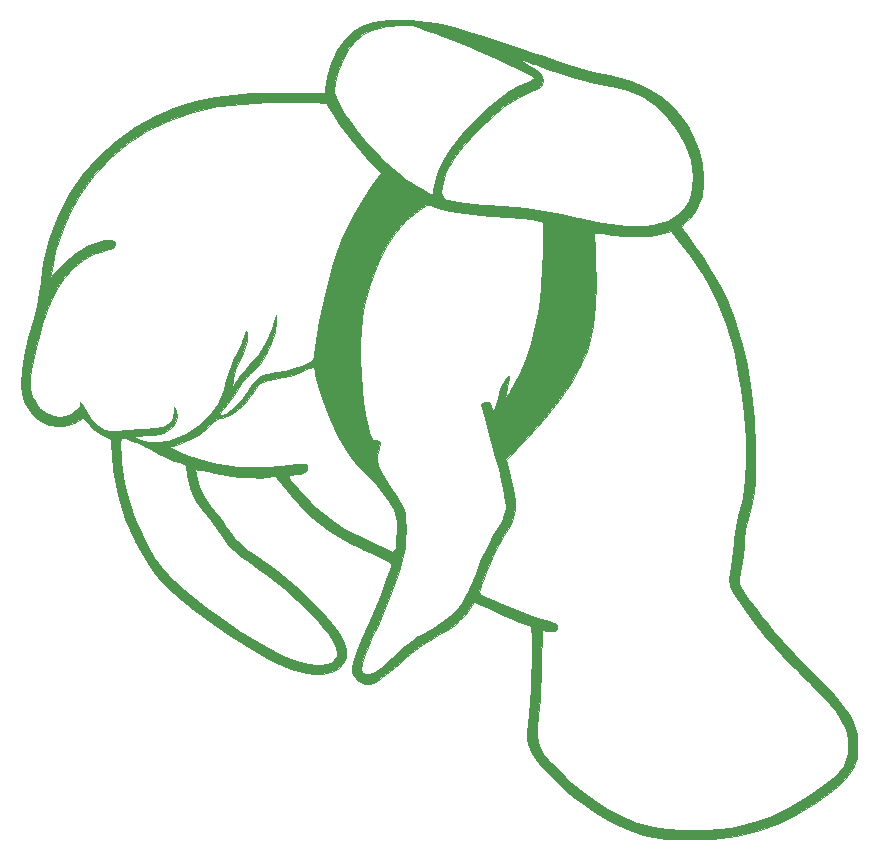
<source format=gto>
G04 #@! TF.GenerationSoftware,KiCad,Pcbnew,(5.1.4-0)*
G04 #@! TF.CreationDate,2021-03-11T23:06:33-05:00*
G04 #@! TF.ProjectId,mxnatee_bot_plate,6d786e61-7465-4655-9f62-6f745f706c61,rev?*
G04 #@! TF.SameCoordinates,Original*
G04 #@! TF.FileFunction,Legend,Top*
G04 #@! TF.FilePolarity,Positive*
%FSLAX46Y46*%
G04 Gerber Fmt 4.6, Leading zero omitted, Abs format (unit mm)*
G04 Created by KiCad (PCBNEW (5.1.4-0)) date 2021-03-11 23:06:33*
%MOMM*%
%LPD*%
G04 APERTURE LIST*
%ADD10C,0.010000*%
%ADD11C,4.502000*%
G04 APERTURE END LIST*
D10*
G36*
X66842939Y-25761745D02*
G01*
X67569437Y-25808659D01*
X68307045Y-25891360D01*
X69079815Y-26015967D01*
X69911798Y-26188595D01*
X70827045Y-26415362D01*
X71849607Y-26702384D01*
X73003536Y-27055779D01*
X74312884Y-27481663D01*
X75801700Y-27986153D01*
X77494038Y-28575366D01*
X78165918Y-28812296D01*
X79314883Y-29212100D01*
X80289602Y-29534371D01*
X81151481Y-29796362D01*
X81961927Y-30015328D01*
X82782345Y-30208521D01*
X83674140Y-30393195D01*
X84052094Y-30466169D01*
X85564185Y-30870163D01*
X86945717Y-31477097D01*
X88180127Y-32275734D01*
X89250847Y-33254839D01*
X90141314Y-34403176D01*
X90345020Y-34734500D01*
X90918508Y-35828416D01*
X91306418Y-36855016D01*
X91531196Y-37892729D01*
X91615286Y-39019986D01*
X91617066Y-39179500D01*
X91614343Y-39820212D01*
X91590775Y-40282083D01*
X91534083Y-40640125D01*
X91431985Y-40969352D01*
X91272202Y-41344778D01*
X91257206Y-41377643D01*
X90853641Y-42078102D01*
X90365873Y-42640397D01*
X90339838Y-42663654D01*
X90042525Y-42937320D01*
X89842523Y-43144315D01*
X89789000Y-43223629D01*
X89861285Y-43347226D01*
X90059347Y-43633336D01*
X90354997Y-44042460D01*
X90720045Y-44535096D01*
X90818088Y-44665666D01*
X91620303Y-45787319D01*
X92372118Y-46945719D01*
X93031249Y-48072008D01*
X93555408Y-49097326D01*
X93602514Y-49199897D01*
X94290660Y-50936824D01*
X94876609Y-52872312D01*
X95353552Y-54969517D01*
X95714683Y-57191590D01*
X95953192Y-59501687D01*
X96062272Y-61862962D01*
X96068719Y-62547500D01*
X96057337Y-63789720D01*
X96016044Y-64830052D01*
X95938520Y-65719506D01*
X95818446Y-66509096D01*
X95649502Y-67249834D01*
X95425369Y-67992733D01*
X95376188Y-68137857D01*
X95192143Y-68901656D01*
X95123016Y-69724460D01*
X95123000Y-69736434D01*
X95097110Y-70247706D01*
X95027690Y-70900902D01*
X94927112Y-71590172D01*
X94867284Y-71924194D01*
X94768882Y-72495745D01*
X94705169Y-72992368D01*
X94683096Y-73350325D01*
X94696883Y-73486391D01*
X94780450Y-73661275D01*
X94941605Y-73923475D01*
X95195133Y-74293702D01*
X95555817Y-74792671D01*
X96038442Y-75441095D01*
X96657793Y-76259688D01*
X96951011Y-76644500D01*
X97696488Y-77567090D01*
X98609315Y-78598604D01*
X99702699Y-79753514D01*
X100776314Y-80835500D01*
X101756307Y-81817907D01*
X102562143Y-82658874D01*
X103210235Y-83384886D01*
X103716998Y-84022429D01*
X104098843Y-84597988D01*
X104372185Y-85138049D01*
X104553437Y-85669096D01*
X104659013Y-86217615D01*
X104705325Y-86810092D01*
X104711500Y-87185500D01*
X104700822Y-87781209D01*
X104657252Y-88214381D01*
X104563484Y-88576000D01*
X104402211Y-88957048D01*
X104356632Y-89051141D01*
X104051183Y-89563118D01*
X103627157Y-90076410D01*
X103057009Y-90616965D01*
X102313193Y-91210733D01*
X101368161Y-91883663D01*
X101301668Y-91929022D01*
X99612525Y-92974823D01*
X97929734Y-93797894D01*
X96212488Y-94410351D01*
X94419982Y-94824310D01*
X92511408Y-95051885D01*
X90598201Y-95106895D01*
X89852386Y-95093837D01*
X89123904Y-95069264D01*
X88485194Y-95036392D01*
X88008698Y-94998439D01*
X87918159Y-94987856D01*
X86582050Y-94720371D01*
X85226667Y-94257957D01*
X83827674Y-93589877D01*
X82360735Y-92705392D01*
X81664642Y-92228727D01*
X80935024Y-91678269D01*
X80176779Y-91047283D01*
X79427927Y-90372903D01*
X78726484Y-89692264D01*
X78110469Y-89042500D01*
X77617901Y-88460743D01*
X77286796Y-87984129D01*
X77249119Y-87915886D01*
X77020166Y-87442624D01*
X76867243Y-87009016D01*
X76784023Y-86556602D01*
X76764182Y-86026925D01*
X76801397Y-85361526D01*
X76884441Y-84545107D01*
X76988099Y-83493893D01*
X77071927Y-82372534D01*
X77133606Y-81239660D01*
X77170817Y-80153902D01*
X77181241Y-79173889D01*
X77162560Y-78358251D01*
X77141935Y-78034641D01*
X77057562Y-77022927D01*
X76089031Y-76659908D01*
X75565823Y-76451608D01*
X74908346Y-76172200D01*
X74210449Y-75862278D01*
X73709491Y-75630706D01*
X72298482Y-74964523D01*
X71716951Y-75766379D01*
X71384237Y-76195268D01*
X71037646Y-76566056D01*
X70633575Y-76912649D01*
X70128425Y-77268954D01*
X69478594Y-77668880D01*
X68697414Y-78114579D01*
X67930939Y-78573909D01*
X67228656Y-79070539D01*
X66507946Y-79666178D01*
X65986501Y-80139362D01*
X65176977Y-80862339D01*
X64497956Y-81392464D01*
X63926273Y-81739127D01*
X63438764Y-81911717D01*
X63012263Y-81919625D01*
X62623605Y-81772239D01*
X62383116Y-81599986D01*
X62163207Y-81388936D01*
X62010658Y-81162211D01*
X61930710Y-80893716D01*
X61928603Y-80557360D01*
X62009581Y-80127049D01*
X62178882Y-79576688D01*
X62441750Y-78880186D01*
X62803425Y-78011448D01*
X63269149Y-76944381D01*
X63359052Y-76741367D01*
X63853173Y-75609124D01*
X64286226Y-74580481D01*
X64649863Y-73677306D01*
X64935734Y-72921469D01*
X65135492Y-72334838D01*
X65240787Y-71939282D01*
X65252705Y-71780950D01*
X65121298Y-71645858D01*
X64782530Y-71436477D01*
X64266205Y-71169459D01*
X63626600Y-70872330D01*
X62983749Y-70582644D01*
X62371038Y-70299984D01*
X61853481Y-70054761D01*
X61496091Y-69877385D01*
X61468000Y-69862606D01*
X59908457Y-68897392D01*
X58415691Y-67698269D01*
X57007713Y-66280602D01*
X56327414Y-65477544D01*
X55441329Y-64374959D01*
X54676414Y-64454951D01*
X54117688Y-64476731D01*
X53381355Y-64452936D01*
X52538454Y-64389865D01*
X51660028Y-64293816D01*
X50817114Y-64171088D01*
X50228500Y-64060575D01*
X49724865Y-63953513D01*
X49271250Y-63857006D01*
X48975920Y-63794094D01*
X48612341Y-63716518D01*
X48705338Y-64275009D01*
X48963210Y-65255240D01*
X49409715Y-66145109D01*
X50014359Y-66940200D01*
X50450206Y-67467777D01*
X50904008Y-68069102D01*
X51282366Y-68620046D01*
X51304358Y-68654700D01*
X51671103Y-69197695D01*
X52053996Y-69668592D01*
X52497740Y-70108951D01*
X53047035Y-70560330D01*
X53746584Y-71064288D01*
X54292500Y-71432750D01*
X55376227Y-72195412D01*
X56431569Y-73032313D01*
X57505754Y-73984136D01*
X58646013Y-75091563D01*
X59208079Y-75666877D01*
X59993811Y-76518082D01*
X60590013Y-77249166D01*
X61014500Y-77886725D01*
X61285085Y-78457354D01*
X61416073Y-78963411D01*
X61406407Y-79628461D01*
X61180160Y-80192460D01*
X60760710Y-80637630D01*
X60171438Y-80946191D01*
X59435725Y-81100364D01*
X58622592Y-81087650D01*
X57730778Y-80931355D01*
X56780038Y-80648026D01*
X55746981Y-80226915D01*
X54608215Y-79657270D01*
X53340347Y-78928342D01*
X51919986Y-78029379D01*
X51808525Y-77956033D01*
X50078412Y-76772631D01*
X48551806Y-75640078D01*
X47236333Y-74564902D01*
X46139620Y-73553631D01*
X45269294Y-72612792D01*
X44728526Y-71896374D01*
X43617043Y-70006195D01*
X42737794Y-68017121D01*
X42095591Y-65943373D01*
X41695245Y-63799169D01*
X41579581Y-62590149D01*
X41510641Y-61511752D01*
X42307991Y-61511752D01*
X42317391Y-61917335D01*
X42350748Y-62462023D01*
X42402917Y-63089527D01*
X42468752Y-63743559D01*
X42543108Y-64367833D01*
X42620840Y-64906059D01*
X42691177Y-65278000D01*
X43027403Y-66482427D01*
X43492310Y-67782178D01*
X44049250Y-69091543D01*
X44661576Y-70324808D01*
X45292640Y-71396265D01*
X45334112Y-71459288D01*
X45871190Y-72154243D01*
X46610787Y-72937668D01*
X47526155Y-73788702D01*
X48590550Y-74686480D01*
X49777224Y-75610140D01*
X51059432Y-76538819D01*
X52410428Y-77451654D01*
X53803465Y-78327781D01*
X55131209Y-79101385D01*
X55906708Y-79488276D01*
X56735595Y-79821664D01*
X57561337Y-80085362D01*
X58327403Y-80263184D01*
X58977261Y-80338943D01*
X59372500Y-80315760D01*
X59707073Y-80273049D01*
X59854522Y-80265734D01*
X60153834Y-80155465D01*
X60444625Y-79886322D01*
X60651422Y-79544450D01*
X60706000Y-79293869D01*
X60621069Y-78831082D01*
X60359269Y-78281284D01*
X59910086Y-77627284D01*
X59263009Y-76851889D01*
X59106277Y-76677824D01*
X57714416Y-75241764D01*
X56248052Y-73901324D01*
X54769758Y-72711674D01*
X53918747Y-72103828D01*
X53117416Y-71551230D01*
X52491663Y-71092745D01*
X52000247Y-70690184D01*
X51601925Y-70305353D01*
X51255454Y-69900061D01*
X50919592Y-69436118D01*
X50730554Y-69151500D01*
X50340373Y-68583997D01*
X49897482Y-67988305D01*
X49483974Y-67473891D01*
X49397177Y-67373500D01*
X48675496Y-66391147D01*
X48189891Y-65354076D01*
X47948885Y-64280649D01*
X47945140Y-64244214D01*
X47861774Y-63400929D01*
X47267137Y-63181003D01*
X46894028Y-63027959D01*
X46377193Y-62796354D01*
X45798864Y-62523644D01*
X45466000Y-62360572D01*
X44566218Y-61914511D01*
X44522811Y-61893416D01*
X46455555Y-61893416D01*
X46916030Y-62129654D01*
X47448009Y-62364018D01*
X48156696Y-62622078D01*
X48968989Y-62881566D01*
X49811790Y-63120213D01*
X50611999Y-63315750D01*
X51171629Y-63426051D01*
X52253000Y-63555066D01*
X53475716Y-63614245D01*
X54736883Y-63603486D01*
X55933606Y-63522684D01*
X56634176Y-63431583D01*
X57171071Y-63353580D01*
X57621971Y-63304797D01*
X57922357Y-63291399D01*
X57999426Y-63301107D01*
X58127572Y-63463135D01*
X58166000Y-63675990D01*
X58133721Y-63868206D01*
X57995692Y-63990920D01*
X57690118Y-64087348D01*
X57524748Y-64124476D01*
X57119859Y-64203986D01*
X56801246Y-64253651D01*
X56699248Y-64262000D01*
X56533975Y-64306568D01*
X56515000Y-64341684D01*
X56592405Y-64464861D01*
X56802303Y-64737963D01*
X57111216Y-65118641D01*
X57428979Y-65497923D01*
X58797836Y-66931893D01*
X60293876Y-68154473D01*
X60893223Y-68563135D01*
X61262122Y-68782978D01*
X61770709Y-69059933D01*
X62372998Y-69371753D01*
X63023003Y-69696195D01*
X63674737Y-70011015D01*
X64282215Y-70293969D01*
X64799449Y-70522812D01*
X65180455Y-70675301D01*
X65370830Y-70729013D01*
X65512589Y-70628348D01*
X65621183Y-70389750D01*
X65663203Y-70109518D01*
X65696409Y-69653896D01*
X65715868Y-69101463D01*
X65718853Y-68834000D01*
X65711292Y-68225129D01*
X65675630Y-67793142D01*
X65598955Y-67461377D01*
X65468352Y-67153173D01*
X65420036Y-67060047D01*
X65022243Y-66406730D01*
X64507925Y-65693268D01*
X63945729Y-65007203D01*
X63404301Y-64436079D01*
X63255411Y-64299563D01*
X62671989Y-63715731D01*
X62048119Y-62968546D01*
X61438504Y-62130161D01*
X60897848Y-61272728D01*
X60723505Y-60960000D01*
X60398658Y-60297797D01*
X60052234Y-59499003D01*
X59709608Y-58631744D01*
X59396155Y-57764145D01*
X59137250Y-56964331D01*
X58958266Y-56300429D01*
X58920337Y-56118891D01*
X58836186Y-55677288D01*
X58766974Y-55329328D01*
X58730922Y-55164123D01*
X58601624Y-55133308D01*
X58280037Y-55231114D01*
X57889860Y-55402280D01*
X57345046Y-55621027D01*
X56690311Y-55826082D01*
X56070609Y-55972378D01*
X55336231Y-56110183D01*
X54805526Y-56223762D01*
X54432377Y-56334945D01*
X54170667Y-56465560D01*
X53974280Y-56637436D01*
X53797099Y-56872404D01*
X53635257Y-57125141D01*
X53312892Y-57598881D01*
X52954799Y-58067710D01*
X52720492Y-58339930D01*
X52325030Y-58686458D01*
X51834027Y-59011007D01*
X51328212Y-59269149D01*
X50888312Y-59416454D01*
X50731192Y-59434759D01*
X50510030Y-59522133D01*
X50195110Y-59748174D01*
X49905692Y-60013928D01*
X49041953Y-60761701D01*
X48086293Y-61313950D01*
X47326027Y-61608721D01*
X46455555Y-61893416D01*
X44522811Y-61893416D01*
X43866066Y-61574251D01*
X43338636Y-61330714D01*
X42957023Y-61174818D01*
X42694320Y-61097486D01*
X42523621Y-61089637D01*
X42418018Y-61142192D01*
X42350606Y-61246072D01*
X42327692Y-61301562D01*
X42307991Y-61511752D01*
X41510641Y-61511752D01*
X41492999Y-61235798D01*
X40780749Y-60871864D01*
X40043893Y-60368164D01*
X39628152Y-59913757D01*
X39369760Y-59584663D01*
X39199790Y-59436305D01*
X39069134Y-59435871D01*
X38993152Y-59489476D01*
X38356362Y-59880191D01*
X37569790Y-60083117D01*
X37147606Y-60110611D01*
X36269718Y-60006661D01*
X35506647Y-59676773D01*
X34857462Y-59120293D01*
X34321233Y-58336571D01*
X34165382Y-58020210D01*
X33971369Y-57350800D01*
X33916549Y-56586520D01*
X34678347Y-56586520D01*
X34686238Y-56976067D01*
X34745537Y-57287896D01*
X34869556Y-57609541D01*
X34985683Y-57854113D01*
X35437086Y-58537581D01*
X36011703Y-59013937D01*
X36688183Y-59268608D01*
X37117213Y-59309000D01*
X37684623Y-59261666D01*
X38136923Y-59089210D01*
X38587906Y-58745951D01*
X38640529Y-58697474D01*
X38891595Y-58382208D01*
X38919281Y-58109742D01*
X38938872Y-58083388D01*
X39054589Y-58247115D01*
X39243180Y-58566807D01*
X39298229Y-58665722D01*
X39813258Y-59475469D01*
X40346457Y-60047849D01*
X40923570Y-60399381D01*
X41570344Y-60546587D01*
X42193457Y-60523484D01*
X42594606Y-60480403D01*
X43167504Y-60431496D01*
X43830202Y-60383291D01*
X44392115Y-60348356D01*
X45262480Y-60274348D01*
X45910294Y-60152740D01*
X46365306Y-59965242D01*
X46657269Y-59693566D01*
X46815933Y-59319423D01*
X46871049Y-58824525D01*
X46871050Y-58824482D01*
X46879100Y-58483500D01*
X47005977Y-58801000D01*
X47079302Y-59301195D01*
X46936748Y-59806326D01*
X46609303Y-60261560D01*
X46127955Y-60612062D01*
X45933982Y-60697920D01*
X45611172Y-60773630D01*
X45151129Y-60828013D01*
X44790982Y-60845659D01*
X44408719Y-60865780D01*
X44018668Y-60907808D01*
X43680692Y-60961571D01*
X43454653Y-61016896D01*
X43400414Y-61063610D01*
X43434000Y-61076252D01*
X43582520Y-61124627D01*
X43878839Y-61228461D01*
X44005500Y-61273837D01*
X44700074Y-61425656D01*
X45509800Y-61446993D01*
X46332105Y-61338182D01*
X46617699Y-61265386D01*
X47847856Y-60779754D01*
X48922125Y-60098170D01*
X49827331Y-59234796D01*
X50550301Y-58203797D01*
X51077861Y-57019335D01*
X51296354Y-56235339D01*
X51568643Y-55315104D01*
X51970632Y-54357874D01*
X52109589Y-54082558D01*
X52373416Y-53551824D01*
X52594758Y-53050928D01*
X52740686Y-52656913D01*
X52774570Y-52526808D01*
X52857906Y-52228975D01*
X52954494Y-52075581D01*
X52973133Y-52070000D01*
X53071581Y-52177742D01*
X53079604Y-52467352D01*
X53009518Y-52888402D01*
X52873638Y-53390464D01*
X52684279Y-53923112D01*
X52453756Y-54435919D01*
X52346797Y-54634697D01*
X52038966Y-55327845D01*
X51890851Y-56095284D01*
X51887213Y-56134000D01*
X51812541Y-56959500D01*
X52054681Y-56439483D01*
X52249816Y-56125395D01*
X52577310Y-55704383D01*
X52983590Y-55242569D01*
X53241277Y-54975012D01*
X54064341Y-54028169D01*
X54688024Y-53013063D01*
X55154631Y-51857260D01*
X55254546Y-51527894D01*
X55480904Y-50736500D01*
X55489952Y-51326372D01*
X55397029Y-52168604D01*
X55115253Y-53073105D01*
X54676462Y-53976402D01*
X54112494Y-54815019D01*
X53455188Y-55525484D01*
X53328412Y-55635701D01*
X52923790Y-56034331D01*
X52556872Y-56495876D01*
X52376357Y-56790989D01*
X52103090Y-57259581D01*
X51778436Y-57721740D01*
X51644438Y-57884809D01*
X51323290Y-58267743D01*
X51021391Y-58658009D01*
X50941740Y-58769250D01*
X50769117Y-59033414D01*
X50740546Y-59151507D01*
X50848775Y-59181477D01*
X50890093Y-59182000D01*
X51270875Y-59073926D01*
X51723432Y-58774166D01*
X52208359Y-58319405D01*
X52686253Y-57746334D01*
X53097026Y-57127149D01*
X53491849Y-56514029D01*
X53856755Y-56100658D01*
X54241749Y-55845688D01*
X54696833Y-55707769D01*
X54841188Y-55684827D01*
X55528765Y-55569224D01*
X56286513Y-55406768D01*
X57029758Y-55218569D01*
X57673827Y-55025737D01*
X58061710Y-54881920D01*
X58416821Y-54713491D01*
X58604325Y-54545143D01*
X58653984Y-54402299D01*
X62627934Y-54402299D01*
X62670233Y-55699535D01*
X62757796Y-56946787D01*
X62888784Y-58069436D01*
X62979390Y-58610500D01*
X63153827Y-59502317D01*
X63296468Y-60173977D01*
X63417354Y-60655850D01*
X63526525Y-60978309D01*
X63634023Y-61171727D01*
X63749888Y-61266476D01*
X63865958Y-61292316D01*
X64206984Y-61372470D01*
X64335051Y-61577762D01*
X64258463Y-61925416D01*
X64216487Y-62019531D01*
X64052379Y-62519690D01*
X64042265Y-63040347D01*
X64196034Y-63615213D01*
X64523575Y-64277996D01*
X65034778Y-65062406D01*
X65160611Y-65237789D01*
X65654581Y-65936853D01*
X66008731Y-66502871D01*
X66245465Y-66998246D01*
X66387187Y-67485378D01*
X66456301Y-68026668D01*
X66475211Y-68684517D01*
X66474565Y-68897500D01*
X66450659Y-69619399D01*
X66383419Y-70325236D01*
X66263778Y-71045096D01*
X66082668Y-71809062D01*
X65831022Y-72647220D01*
X65499771Y-73589654D01*
X65079848Y-74666448D01*
X64562186Y-75907686D01*
X63937716Y-77343453D01*
X63909882Y-77406500D01*
X63586336Y-78145304D01*
X63289502Y-78834872D01*
X63038440Y-79430003D01*
X62852210Y-79885496D01*
X62749871Y-80156150D01*
X62747780Y-80162530D01*
X62672354Y-80640556D01*
X62780931Y-80968871D01*
X63042690Y-81133296D01*
X63426813Y-81119649D01*
X63902482Y-80913751D01*
X64098332Y-80783961D01*
X64389423Y-80552754D01*
X64808162Y-80193995D01*
X65299142Y-79756222D01*
X65806959Y-79287971D01*
X65819792Y-79275918D01*
X66425914Y-78735723D01*
X67015567Y-78263223D01*
X67529078Y-77904579D01*
X67774154Y-77764078D01*
X68696527Y-77262353D01*
X69535343Y-76732019D01*
X70236664Y-76209725D01*
X70717459Y-75764158D01*
X70982698Y-75455839D01*
X71222580Y-75122613D01*
X71456508Y-74726512D01*
X71703887Y-74229568D01*
X71731032Y-74167985D01*
X72729874Y-74167985D01*
X72769602Y-74291622D01*
X72793686Y-74311364D01*
X73222728Y-74547019D01*
X73841790Y-74839829D01*
X74599099Y-75169166D01*
X75442876Y-75514403D01*
X76321348Y-75854911D01*
X77182738Y-76170062D01*
X77975271Y-76439229D01*
X78633678Y-76638086D01*
X79033338Y-76755232D01*
X79237369Y-76853601D01*
X79296199Y-76977440D01*
X79260256Y-77170994D01*
X79256521Y-77184579D01*
X79170718Y-77402104D01*
X79026398Y-77497157D01*
X78757230Y-77488123D01*
X78410637Y-77419022D01*
X78017774Y-77331554D01*
X77939780Y-80353527D01*
X77908370Y-81306483D01*
X77864502Y-82267669D01*
X77811800Y-83177060D01*
X77753888Y-83974630D01*
X77694390Y-84600354D01*
X77672798Y-84775567D01*
X77578511Y-85621703D01*
X77565538Y-86301073D01*
X77654277Y-86873102D01*
X77865126Y-87397216D01*
X78218485Y-87932840D01*
X78734751Y-88539400D01*
X79097928Y-88927290D01*
X80434888Y-90217769D01*
X81831815Y-91358335D01*
X83260892Y-92332430D01*
X84694299Y-93123492D01*
X86104219Y-93714962D01*
X87462834Y-94090278D01*
X87894129Y-94163727D01*
X88758311Y-94251689D01*
X89776444Y-94299612D01*
X90875414Y-94308806D01*
X91982107Y-94280583D01*
X93023409Y-94216254D01*
X93926206Y-94117130D01*
X94337644Y-94048172D01*
X95970706Y-93647868D01*
X97509722Y-93099792D01*
X99013038Y-92378369D01*
X100539000Y-91458024D01*
X101071422Y-91096594D01*
X101972539Y-90445643D01*
X102671159Y-89878479D01*
X103190623Y-89362649D01*
X103554277Y-88865701D01*
X103785463Y-88355183D01*
X103907526Y-87798642D01*
X103943809Y-87163628D01*
X103943678Y-87103634D01*
X103927749Y-86587204D01*
X103870151Y-86182419D01*
X103745262Y-85788053D01*
X103527460Y-85302885D01*
X103445425Y-85135134D01*
X103287105Y-84828610D01*
X103119224Y-84544908D01*
X102918148Y-84256751D01*
X102660241Y-83936867D01*
X102321870Y-83557979D01*
X101879398Y-83092815D01*
X101309192Y-82514100D01*
X100587615Y-81794558D01*
X100324809Y-81534000D01*
X99592076Y-80798268D01*
X98867672Y-80052816D01*
X98186620Y-79335025D01*
X97583943Y-78682277D01*
X97094665Y-78131953D01*
X96759061Y-77728180D01*
X95900389Y-76614140D01*
X95203426Y-75680928D01*
X94661669Y-74919053D01*
X94268618Y-74319024D01*
X94017770Y-73871350D01*
X93902624Y-73566541D01*
X93900361Y-73555137D01*
X93882421Y-73142226D01*
X93938784Y-72564684D01*
X94027987Y-72059275D01*
X94132715Y-71452672D01*
X94228530Y-70717401D01*
X94299961Y-69978710D01*
X94318364Y-69708193D01*
X94425874Y-68652068D01*
X94613063Y-67739541D01*
X94684447Y-67500500D01*
X95012350Y-66204459D01*
X95221109Y-64700444D01*
X95310655Y-63004841D01*
X95280916Y-61134036D01*
X95131821Y-59104415D01*
X94863300Y-56932366D01*
X94733659Y-56095851D01*
X94244063Y-53683130D01*
X93586881Y-51446738D01*
X92751845Y-49363585D01*
X91728686Y-47410585D01*
X90507138Y-45564647D01*
X89465004Y-44248794D01*
X88916317Y-43603089D01*
X88050908Y-43828723D01*
X87178797Y-43984635D01*
X86149519Y-44052182D01*
X85044335Y-44030581D01*
X83944502Y-43919046D01*
X83646880Y-43871297D01*
X83142445Y-43790637D01*
X82740003Y-43740520D01*
X82499340Y-43727732D01*
X82459170Y-43736496D01*
X82446886Y-43877350D01*
X82451461Y-44229290D01*
X82471346Y-44750067D01*
X82504993Y-45397437D01*
X82542057Y-45997543D01*
X82608965Y-48017556D01*
X82536839Y-49900690D01*
X82327929Y-51623365D01*
X81984487Y-53162002D01*
X81802986Y-53740940D01*
X81250808Y-55050384D01*
X80465278Y-56446270D01*
X79445556Y-57929794D01*
X78190803Y-59502148D01*
X76700181Y-61164527D01*
X76262737Y-61623186D01*
X74948348Y-62984873D01*
X75327838Y-64353686D01*
X75591254Y-65425877D01*
X75725769Y-66329739D01*
X75724626Y-67119649D01*
X75581069Y-67849983D01*
X75288339Y-68575117D01*
X74839679Y-69349426D01*
X74676440Y-69595351D01*
X74379506Y-70054473D01*
X74115671Y-70519283D01*
X73860217Y-71042219D01*
X73588425Y-71675718D01*
X73275578Y-72472219D01*
X73095877Y-72948403D01*
X72884313Y-73535607D01*
X72765211Y-73929057D01*
X72729874Y-74167985D01*
X71731032Y-74167985D01*
X71984121Y-73593812D01*
X72316614Y-72781275D01*
X72571650Y-72136000D01*
X72899450Y-71346224D01*
X73253265Y-70572885D01*
X73597930Y-69889112D01*
X73898281Y-69368035D01*
X73915131Y-69342000D01*
X74228230Y-68841525D01*
X74510536Y-68353296D01*
X74712808Y-67963524D01*
X74749347Y-67881500D01*
X74841040Y-67641528D01*
X74907775Y-67399400D01*
X74945599Y-67132963D01*
X74950563Y-66820061D01*
X74918712Y-66438541D01*
X74846097Y-65966247D01*
X74728764Y-65381025D01*
X74562763Y-64660722D01*
X74344142Y-63783181D01*
X74068948Y-62726249D01*
X73733230Y-61467771D01*
X73356167Y-60071000D01*
X73190546Y-59457816D01*
X73047028Y-58923552D01*
X72939842Y-58521381D01*
X72883218Y-58304478D01*
X72880394Y-58293000D01*
X72937028Y-58140257D01*
X73216704Y-58065246D01*
X73227003Y-58064213D01*
X73504999Y-58069405D01*
X73656013Y-58203163D01*
X73746965Y-58445213D01*
X73874424Y-58864500D01*
X74012464Y-58547000D01*
X74117628Y-58266102D01*
X74261015Y-57833991D01*
X74411707Y-57343861D01*
X74412699Y-57340500D01*
X74588445Y-56829650D01*
X74786593Y-56384545D01*
X74980675Y-56052356D01*
X75144225Y-55880254D01*
X75230057Y-55883724D01*
X75229571Y-56028043D01*
X75169283Y-56349488D01*
X75061922Y-56781762D01*
X75047827Y-56833078D01*
X74932520Y-57284711D01*
X74859126Y-57643651D01*
X74842237Y-57837569D01*
X74843869Y-57844109D01*
X74919374Y-57803859D01*
X75081414Y-57583847D01*
X75297840Y-57228879D01*
X75344140Y-57146857D01*
X76048701Y-55789039D01*
X76631007Y-54446271D01*
X77100577Y-53078163D01*
X77466929Y-51644323D01*
X77739582Y-50104360D01*
X77928053Y-48417883D01*
X78041861Y-46544500D01*
X78072745Y-45567796D01*
X78137886Y-42812093D01*
X77835693Y-42743021D01*
X77139800Y-42613018D01*
X76250043Y-42498379D01*
X75147374Y-42397089D01*
X73812744Y-42307136D01*
X73593526Y-42294617D01*
X72112529Y-42181745D01*
X70860438Y-42019998D01*
X69816227Y-41805779D01*
X68958868Y-41535488D01*
X68812721Y-41476387D01*
X68565363Y-41380890D01*
X68372482Y-41358368D01*
X68161548Y-41427515D01*
X67860031Y-41607025D01*
X67576043Y-41795129D01*
X66519202Y-42648632D01*
X65567088Y-43720369D01*
X64728571Y-44993358D01*
X64012523Y-46450615D01*
X63427811Y-48075158D01*
X62983308Y-49850004D01*
X62790981Y-50956877D01*
X62686471Y-51956351D01*
X62632734Y-53129698D01*
X62627934Y-54402299D01*
X58653984Y-54402299D01*
X58694107Y-54286887D01*
X58734854Y-54015138D01*
X59164259Y-51230998D01*
X59705547Y-48671205D01*
X60360236Y-46331336D01*
X61129843Y-44206969D01*
X62015886Y-42293680D01*
X63019883Y-40587048D01*
X63644001Y-39707042D01*
X64400566Y-38710584D01*
X63386167Y-37653963D01*
X62078290Y-36161224D01*
X60844297Y-34494945D01*
X60316909Y-33689627D01*
X59753500Y-32793430D01*
X58637167Y-32702330D01*
X57908172Y-32665826D01*
X56989675Y-32654956D01*
X55941296Y-32667275D01*
X54822656Y-32700337D01*
X53693374Y-32751695D01*
X52613070Y-32818904D01*
X51641366Y-32899517D01*
X50837880Y-32991089D01*
X50554802Y-33033920D01*
X48468065Y-33502241D01*
X46503817Y-34182116D01*
X44673499Y-35065358D01*
X42988548Y-36143780D01*
X41460404Y-37409194D01*
X40100506Y-38853413D01*
X38920292Y-40468252D01*
X38064622Y-41973500D01*
X37604620Y-42993788D01*
X37182040Y-44123624D01*
X36832083Y-45259160D01*
X36589954Y-46296548D01*
X36579340Y-46355000D01*
X36495432Y-46823397D01*
X36423526Y-47219975D01*
X36383772Y-47434500D01*
X36411051Y-47518073D01*
X36566816Y-47383770D01*
X36736399Y-47180500D01*
X37605145Y-46222835D01*
X38552541Y-45436382D01*
X39539987Y-44849050D01*
X40420901Y-44516494D01*
X41059898Y-44371237D01*
X41494809Y-44342771D01*
X41748614Y-44434065D01*
X41844296Y-44648088D01*
X41846500Y-44700622D01*
X41821668Y-44871540D01*
X41712144Y-44994893D01*
X41465384Y-45103166D01*
X41028846Y-45228847D01*
X40964979Y-45245655D01*
X39987253Y-45571510D01*
X39164656Y-46015807D01*
X38406881Y-46631585D01*
X38124302Y-46914080D01*
X37520042Y-47612782D01*
X36992689Y-48377591D01*
X36525325Y-49244798D01*
X36101033Y-50250694D01*
X35702892Y-51431571D01*
X35313986Y-52823720D01*
X35247071Y-53086000D01*
X35069347Y-53849129D01*
X34911343Y-54635121D01*
X34788348Y-55360349D01*
X34715650Y-55941186D01*
X34708555Y-56031719D01*
X34678347Y-56586520D01*
X33916549Y-56586520D01*
X33909278Y-56485152D01*
X33979564Y-55419378D01*
X34182681Y-54149590D01*
X34519083Y-52671902D01*
X34986812Y-50990500D01*
X35183576Y-50251609D01*
X35350352Y-49476045D01*
X35464216Y-48776138D01*
X35492230Y-48514000D01*
X35786591Y-46331013D01*
X36300623Y-44259160D01*
X37027293Y-42308850D01*
X37959571Y-40490492D01*
X39090424Y-38814497D01*
X40412822Y-37291274D01*
X41919731Y-35931233D01*
X43604121Y-34744784D01*
X45458960Y-33742337D01*
X45475431Y-33734637D01*
X46641415Y-33236017D01*
X47829925Y-32825212D01*
X49075286Y-32496444D01*
X50411825Y-32243934D01*
X51873867Y-32061904D01*
X53495739Y-31944574D01*
X55311766Y-31886166D01*
X56509994Y-31877000D01*
X59690000Y-31877000D01*
X59690504Y-31783138D01*
X60453877Y-31783138D01*
X60544581Y-32231565D01*
X60803607Y-32816531D01*
X61206958Y-33508655D01*
X61730640Y-34278555D01*
X62350657Y-35096849D01*
X63043011Y-35934157D01*
X63783708Y-36761095D01*
X64548751Y-37548282D01*
X65314146Y-38266337D01*
X66055894Y-38885878D01*
X66548000Y-39245071D01*
X67031286Y-39562548D01*
X67536903Y-39876901D01*
X68012308Y-40157524D01*
X68404958Y-40373817D01*
X68662309Y-40495174D01*
X68720982Y-40510699D01*
X68774448Y-40397191D01*
X68802887Y-40253854D01*
X69511934Y-40253854D01*
X69530768Y-40505115D01*
X69599280Y-40704896D01*
X69737976Y-40843070D01*
X70006680Y-40956750D01*
X70460340Y-41081820D01*
X70889667Y-41164350D01*
X71504234Y-41247960D01*
X72235431Y-41324937D01*
X73014650Y-41387566D01*
X73377732Y-41409839D01*
X74620002Y-41484846D01*
X75700233Y-41569063D01*
X76684877Y-41671693D01*
X77640386Y-41801939D01*
X78633213Y-41969003D01*
X79729811Y-42182086D01*
X80996632Y-42450392D01*
X81178566Y-42490087D01*
X81917728Y-42649557D01*
X82625574Y-42798264D01*
X83239901Y-42923423D01*
X83698505Y-43012248D01*
X83845566Y-43038308D01*
X84472893Y-43111285D01*
X85226845Y-43151800D01*
X86023491Y-43159876D01*
X86778903Y-43135533D01*
X87409150Y-43078791D01*
X87655498Y-43037352D01*
X88649946Y-42719301D01*
X89486320Y-42227318D01*
X90142645Y-41576716D01*
X90457877Y-41084500D01*
X90645665Y-40547933D01*
X90759054Y-39846913D01*
X90794163Y-39061002D01*
X90747113Y-38269759D01*
X90627589Y-37604173D01*
X90158387Y-36247271D01*
X89486110Y-35003837D01*
X88633498Y-33898120D01*
X87623291Y-32954372D01*
X86478228Y-32196844D01*
X85221048Y-31649787D01*
X84970950Y-31571513D01*
X84514326Y-31453379D01*
X83917814Y-31320716D01*
X83292536Y-31197851D01*
X83139649Y-31170631D01*
X82443546Y-31024668D01*
X81568212Y-30801930D01*
X80570512Y-30519321D01*
X79507307Y-30193750D01*
X78435460Y-29842123D01*
X77411834Y-29481346D01*
X77222751Y-29411391D01*
X76716136Y-29227678D01*
X76306507Y-29089234D01*
X76046120Y-29013129D01*
X75980938Y-29005728D01*
X76064441Y-29079514D01*
X76323560Y-29238150D01*
X76707602Y-29451156D01*
X76827716Y-29514866D01*
X77434936Y-29868223D01*
X77828891Y-30189471D01*
X78041579Y-30512548D01*
X78105000Y-30869574D01*
X78063011Y-31124752D01*
X77911957Y-31340935D01*
X77614203Y-31547154D01*
X77132115Y-31772441D01*
X76724984Y-31934105D01*
X76084157Y-32230336D01*
X75383631Y-32636235D01*
X74819984Y-33024485D01*
X73935744Y-33745492D01*
X73035700Y-34574649D01*
X72165601Y-35462839D01*
X71371197Y-36360943D01*
X70698236Y-37219843D01*
X70192468Y-37990422D01*
X70188998Y-37996486D01*
X69931304Y-38536015D01*
X69718614Y-39145244D01*
X69571850Y-39744436D01*
X69511934Y-40253854D01*
X68802887Y-40253854D01*
X68833243Y-40100864D01*
X68873604Y-39784968D01*
X69021389Y-39118203D01*
X69326129Y-38329074D01*
X69761845Y-37471430D01*
X70302557Y-36599124D01*
X70636128Y-36131500D01*
X71263355Y-35361000D01*
X71997833Y-34566528D01*
X72802515Y-33779501D01*
X73640354Y-33031334D01*
X74474303Y-32353442D01*
X75267315Y-31777240D01*
X75982343Y-31334144D01*
X76582339Y-31055570D01*
X76647673Y-31033796D01*
X77016250Y-30894371D01*
X77252999Y-30759521D01*
X77305131Y-30678243D01*
X77148230Y-30504951D01*
X76779125Y-30256441D01*
X76224110Y-29944879D01*
X75509476Y-29582427D01*
X74661517Y-29181250D01*
X73706525Y-28753514D01*
X72670793Y-28311381D01*
X71580613Y-27867017D01*
X70462278Y-27432586D01*
X69596000Y-27111585D01*
X68928503Y-26865445D01*
X68342903Y-26641307D01*
X67882028Y-26456212D01*
X67588706Y-26327204D01*
X67506850Y-26280252D01*
X67312637Y-26216557D01*
X66927897Y-26178561D01*
X66414753Y-26165847D01*
X65835333Y-26177993D01*
X65251760Y-26214580D01*
X64726160Y-26275190D01*
X64577974Y-26300030D01*
X63667873Y-26542869D01*
X62909533Y-26925043D01*
X62219833Y-27489211D01*
X62175706Y-27532890D01*
X61629350Y-28215123D01*
X61151797Y-29069097D01*
X60775301Y-30015196D01*
X60532114Y-30973806D01*
X60453877Y-31783138D01*
X59690504Y-31783138D01*
X59691877Y-31527750D01*
X59732756Y-31121323D01*
X59837500Y-30568374D01*
X59984143Y-29961437D01*
X60150720Y-29393049D01*
X60287264Y-29019500D01*
X60667123Y-28291819D01*
X61165173Y-27581789D01*
X61717695Y-26971677D01*
X62149361Y-26615416D01*
X62764416Y-26259624D01*
X63443247Y-26005447D01*
X64233808Y-25842322D01*
X65184055Y-25759687D01*
X66103500Y-25744502D01*
X66842939Y-25761745D01*
X66842939Y-25761745D01*
G37*
X66842939Y-25761745D02*
X67569437Y-25808659D01*
X68307045Y-25891360D01*
X69079815Y-26015967D01*
X69911798Y-26188595D01*
X70827045Y-26415362D01*
X71849607Y-26702384D01*
X73003536Y-27055779D01*
X74312884Y-27481663D01*
X75801700Y-27986153D01*
X77494038Y-28575366D01*
X78165918Y-28812296D01*
X79314883Y-29212100D01*
X80289602Y-29534371D01*
X81151481Y-29796362D01*
X81961927Y-30015328D01*
X82782345Y-30208521D01*
X83674140Y-30393195D01*
X84052094Y-30466169D01*
X85564185Y-30870163D01*
X86945717Y-31477097D01*
X88180127Y-32275734D01*
X89250847Y-33254839D01*
X90141314Y-34403176D01*
X90345020Y-34734500D01*
X90918508Y-35828416D01*
X91306418Y-36855016D01*
X91531196Y-37892729D01*
X91615286Y-39019986D01*
X91617066Y-39179500D01*
X91614343Y-39820212D01*
X91590775Y-40282083D01*
X91534083Y-40640125D01*
X91431985Y-40969352D01*
X91272202Y-41344778D01*
X91257206Y-41377643D01*
X90853641Y-42078102D01*
X90365873Y-42640397D01*
X90339838Y-42663654D01*
X90042525Y-42937320D01*
X89842523Y-43144315D01*
X89789000Y-43223629D01*
X89861285Y-43347226D01*
X90059347Y-43633336D01*
X90354997Y-44042460D01*
X90720045Y-44535096D01*
X90818088Y-44665666D01*
X91620303Y-45787319D01*
X92372118Y-46945719D01*
X93031249Y-48072008D01*
X93555408Y-49097326D01*
X93602514Y-49199897D01*
X94290660Y-50936824D01*
X94876609Y-52872312D01*
X95353552Y-54969517D01*
X95714683Y-57191590D01*
X95953192Y-59501687D01*
X96062272Y-61862962D01*
X96068719Y-62547500D01*
X96057337Y-63789720D01*
X96016044Y-64830052D01*
X95938520Y-65719506D01*
X95818446Y-66509096D01*
X95649502Y-67249834D01*
X95425369Y-67992733D01*
X95376188Y-68137857D01*
X95192143Y-68901656D01*
X95123016Y-69724460D01*
X95123000Y-69736434D01*
X95097110Y-70247706D01*
X95027690Y-70900902D01*
X94927112Y-71590172D01*
X94867284Y-71924194D01*
X94768882Y-72495745D01*
X94705169Y-72992368D01*
X94683096Y-73350325D01*
X94696883Y-73486391D01*
X94780450Y-73661275D01*
X94941605Y-73923475D01*
X95195133Y-74293702D01*
X95555817Y-74792671D01*
X96038442Y-75441095D01*
X96657793Y-76259688D01*
X96951011Y-76644500D01*
X97696488Y-77567090D01*
X98609315Y-78598604D01*
X99702699Y-79753514D01*
X100776314Y-80835500D01*
X101756307Y-81817907D01*
X102562143Y-82658874D01*
X103210235Y-83384886D01*
X103716998Y-84022429D01*
X104098843Y-84597988D01*
X104372185Y-85138049D01*
X104553437Y-85669096D01*
X104659013Y-86217615D01*
X104705325Y-86810092D01*
X104711500Y-87185500D01*
X104700822Y-87781209D01*
X104657252Y-88214381D01*
X104563484Y-88576000D01*
X104402211Y-88957048D01*
X104356632Y-89051141D01*
X104051183Y-89563118D01*
X103627157Y-90076410D01*
X103057009Y-90616965D01*
X102313193Y-91210733D01*
X101368161Y-91883663D01*
X101301668Y-91929022D01*
X99612525Y-92974823D01*
X97929734Y-93797894D01*
X96212488Y-94410351D01*
X94419982Y-94824310D01*
X92511408Y-95051885D01*
X90598201Y-95106895D01*
X89852386Y-95093837D01*
X89123904Y-95069264D01*
X88485194Y-95036392D01*
X88008698Y-94998439D01*
X87918159Y-94987856D01*
X86582050Y-94720371D01*
X85226667Y-94257957D01*
X83827674Y-93589877D01*
X82360735Y-92705392D01*
X81664642Y-92228727D01*
X80935024Y-91678269D01*
X80176779Y-91047283D01*
X79427927Y-90372903D01*
X78726484Y-89692264D01*
X78110469Y-89042500D01*
X77617901Y-88460743D01*
X77286796Y-87984129D01*
X77249119Y-87915886D01*
X77020166Y-87442624D01*
X76867243Y-87009016D01*
X76784023Y-86556602D01*
X76764182Y-86026925D01*
X76801397Y-85361526D01*
X76884441Y-84545107D01*
X76988099Y-83493893D01*
X77071927Y-82372534D01*
X77133606Y-81239660D01*
X77170817Y-80153902D01*
X77181241Y-79173889D01*
X77162560Y-78358251D01*
X77141935Y-78034641D01*
X77057562Y-77022927D01*
X76089031Y-76659908D01*
X75565823Y-76451608D01*
X74908346Y-76172200D01*
X74210449Y-75862278D01*
X73709491Y-75630706D01*
X72298482Y-74964523D01*
X71716951Y-75766379D01*
X71384237Y-76195268D01*
X71037646Y-76566056D01*
X70633575Y-76912649D01*
X70128425Y-77268954D01*
X69478594Y-77668880D01*
X68697414Y-78114579D01*
X67930939Y-78573909D01*
X67228656Y-79070539D01*
X66507946Y-79666178D01*
X65986501Y-80139362D01*
X65176977Y-80862339D01*
X64497956Y-81392464D01*
X63926273Y-81739127D01*
X63438764Y-81911717D01*
X63012263Y-81919625D01*
X62623605Y-81772239D01*
X62383116Y-81599986D01*
X62163207Y-81388936D01*
X62010658Y-81162211D01*
X61930710Y-80893716D01*
X61928603Y-80557360D01*
X62009581Y-80127049D01*
X62178882Y-79576688D01*
X62441750Y-78880186D01*
X62803425Y-78011448D01*
X63269149Y-76944381D01*
X63359052Y-76741367D01*
X63853173Y-75609124D01*
X64286226Y-74580481D01*
X64649863Y-73677306D01*
X64935734Y-72921469D01*
X65135492Y-72334838D01*
X65240787Y-71939282D01*
X65252705Y-71780950D01*
X65121298Y-71645858D01*
X64782530Y-71436477D01*
X64266205Y-71169459D01*
X63626600Y-70872330D01*
X62983749Y-70582644D01*
X62371038Y-70299984D01*
X61853481Y-70054761D01*
X61496091Y-69877385D01*
X61468000Y-69862606D01*
X59908457Y-68897392D01*
X58415691Y-67698269D01*
X57007713Y-66280602D01*
X56327414Y-65477544D01*
X55441329Y-64374959D01*
X54676414Y-64454951D01*
X54117688Y-64476731D01*
X53381355Y-64452936D01*
X52538454Y-64389865D01*
X51660028Y-64293816D01*
X50817114Y-64171088D01*
X50228500Y-64060575D01*
X49724865Y-63953513D01*
X49271250Y-63857006D01*
X48975920Y-63794094D01*
X48612341Y-63716518D01*
X48705338Y-64275009D01*
X48963210Y-65255240D01*
X49409715Y-66145109D01*
X50014359Y-66940200D01*
X50450206Y-67467777D01*
X50904008Y-68069102D01*
X51282366Y-68620046D01*
X51304358Y-68654700D01*
X51671103Y-69197695D01*
X52053996Y-69668592D01*
X52497740Y-70108951D01*
X53047035Y-70560330D01*
X53746584Y-71064288D01*
X54292500Y-71432750D01*
X55376227Y-72195412D01*
X56431569Y-73032313D01*
X57505754Y-73984136D01*
X58646013Y-75091563D01*
X59208079Y-75666877D01*
X59993811Y-76518082D01*
X60590013Y-77249166D01*
X61014500Y-77886725D01*
X61285085Y-78457354D01*
X61416073Y-78963411D01*
X61406407Y-79628461D01*
X61180160Y-80192460D01*
X60760710Y-80637630D01*
X60171438Y-80946191D01*
X59435725Y-81100364D01*
X58622592Y-81087650D01*
X57730778Y-80931355D01*
X56780038Y-80648026D01*
X55746981Y-80226915D01*
X54608215Y-79657270D01*
X53340347Y-78928342D01*
X51919986Y-78029379D01*
X51808525Y-77956033D01*
X50078412Y-76772631D01*
X48551806Y-75640078D01*
X47236333Y-74564902D01*
X46139620Y-73553631D01*
X45269294Y-72612792D01*
X44728526Y-71896374D01*
X43617043Y-70006195D01*
X42737794Y-68017121D01*
X42095591Y-65943373D01*
X41695245Y-63799169D01*
X41579581Y-62590149D01*
X41510641Y-61511752D01*
X42307991Y-61511752D01*
X42317391Y-61917335D01*
X42350748Y-62462023D01*
X42402917Y-63089527D01*
X42468752Y-63743559D01*
X42543108Y-64367833D01*
X42620840Y-64906059D01*
X42691177Y-65278000D01*
X43027403Y-66482427D01*
X43492310Y-67782178D01*
X44049250Y-69091543D01*
X44661576Y-70324808D01*
X45292640Y-71396265D01*
X45334112Y-71459288D01*
X45871190Y-72154243D01*
X46610787Y-72937668D01*
X47526155Y-73788702D01*
X48590550Y-74686480D01*
X49777224Y-75610140D01*
X51059432Y-76538819D01*
X52410428Y-77451654D01*
X53803465Y-78327781D01*
X55131209Y-79101385D01*
X55906708Y-79488276D01*
X56735595Y-79821664D01*
X57561337Y-80085362D01*
X58327403Y-80263184D01*
X58977261Y-80338943D01*
X59372500Y-80315760D01*
X59707073Y-80273049D01*
X59854522Y-80265734D01*
X60153834Y-80155465D01*
X60444625Y-79886322D01*
X60651422Y-79544450D01*
X60706000Y-79293869D01*
X60621069Y-78831082D01*
X60359269Y-78281284D01*
X59910086Y-77627284D01*
X59263009Y-76851889D01*
X59106277Y-76677824D01*
X57714416Y-75241764D01*
X56248052Y-73901324D01*
X54769758Y-72711674D01*
X53918747Y-72103828D01*
X53117416Y-71551230D01*
X52491663Y-71092745D01*
X52000247Y-70690184D01*
X51601925Y-70305353D01*
X51255454Y-69900061D01*
X50919592Y-69436118D01*
X50730554Y-69151500D01*
X50340373Y-68583997D01*
X49897482Y-67988305D01*
X49483974Y-67473891D01*
X49397177Y-67373500D01*
X48675496Y-66391147D01*
X48189891Y-65354076D01*
X47948885Y-64280649D01*
X47945140Y-64244214D01*
X47861774Y-63400929D01*
X47267137Y-63181003D01*
X46894028Y-63027959D01*
X46377193Y-62796354D01*
X45798864Y-62523644D01*
X45466000Y-62360572D01*
X44566218Y-61914511D01*
X44522811Y-61893416D01*
X46455555Y-61893416D01*
X46916030Y-62129654D01*
X47448009Y-62364018D01*
X48156696Y-62622078D01*
X48968989Y-62881566D01*
X49811790Y-63120213D01*
X50611999Y-63315750D01*
X51171629Y-63426051D01*
X52253000Y-63555066D01*
X53475716Y-63614245D01*
X54736883Y-63603486D01*
X55933606Y-63522684D01*
X56634176Y-63431583D01*
X57171071Y-63353580D01*
X57621971Y-63304797D01*
X57922357Y-63291399D01*
X57999426Y-63301107D01*
X58127572Y-63463135D01*
X58166000Y-63675990D01*
X58133721Y-63868206D01*
X57995692Y-63990920D01*
X57690118Y-64087348D01*
X57524748Y-64124476D01*
X57119859Y-64203986D01*
X56801246Y-64253651D01*
X56699248Y-64262000D01*
X56533975Y-64306568D01*
X56515000Y-64341684D01*
X56592405Y-64464861D01*
X56802303Y-64737963D01*
X57111216Y-65118641D01*
X57428979Y-65497923D01*
X58797836Y-66931893D01*
X60293876Y-68154473D01*
X60893223Y-68563135D01*
X61262122Y-68782978D01*
X61770709Y-69059933D01*
X62372998Y-69371753D01*
X63023003Y-69696195D01*
X63674737Y-70011015D01*
X64282215Y-70293969D01*
X64799449Y-70522812D01*
X65180455Y-70675301D01*
X65370830Y-70729013D01*
X65512589Y-70628348D01*
X65621183Y-70389750D01*
X65663203Y-70109518D01*
X65696409Y-69653896D01*
X65715868Y-69101463D01*
X65718853Y-68834000D01*
X65711292Y-68225129D01*
X65675630Y-67793142D01*
X65598955Y-67461377D01*
X65468352Y-67153173D01*
X65420036Y-67060047D01*
X65022243Y-66406730D01*
X64507925Y-65693268D01*
X63945729Y-65007203D01*
X63404301Y-64436079D01*
X63255411Y-64299563D01*
X62671989Y-63715731D01*
X62048119Y-62968546D01*
X61438504Y-62130161D01*
X60897848Y-61272728D01*
X60723505Y-60960000D01*
X60398658Y-60297797D01*
X60052234Y-59499003D01*
X59709608Y-58631744D01*
X59396155Y-57764145D01*
X59137250Y-56964331D01*
X58958266Y-56300429D01*
X58920337Y-56118891D01*
X58836186Y-55677288D01*
X58766974Y-55329328D01*
X58730922Y-55164123D01*
X58601624Y-55133308D01*
X58280037Y-55231114D01*
X57889860Y-55402280D01*
X57345046Y-55621027D01*
X56690311Y-55826082D01*
X56070609Y-55972378D01*
X55336231Y-56110183D01*
X54805526Y-56223762D01*
X54432377Y-56334945D01*
X54170667Y-56465560D01*
X53974280Y-56637436D01*
X53797099Y-56872404D01*
X53635257Y-57125141D01*
X53312892Y-57598881D01*
X52954799Y-58067710D01*
X52720492Y-58339930D01*
X52325030Y-58686458D01*
X51834027Y-59011007D01*
X51328212Y-59269149D01*
X50888312Y-59416454D01*
X50731192Y-59434759D01*
X50510030Y-59522133D01*
X50195110Y-59748174D01*
X49905692Y-60013928D01*
X49041953Y-60761701D01*
X48086293Y-61313950D01*
X47326027Y-61608721D01*
X46455555Y-61893416D01*
X44522811Y-61893416D01*
X43866066Y-61574251D01*
X43338636Y-61330714D01*
X42957023Y-61174818D01*
X42694320Y-61097486D01*
X42523621Y-61089637D01*
X42418018Y-61142192D01*
X42350606Y-61246072D01*
X42327692Y-61301562D01*
X42307991Y-61511752D01*
X41510641Y-61511752D01*
X41492999Y-61235798D01*
X40780749Y-60871864D01*
X40043893Y-60368164D01*
X39628152Y-59913757D01*
X39369760Y-59584663D01*
X39199790Y-59436305D01*
X39069134Y-59435871D01*
X38993152Y-59489476D01*
X38356362Y-59880191D01*
X37569790Y-60083117D01*
X37147606Y-60110611D01*
X36269718Y-60006661D01*
X35506647Y-59676773D01*
X34857462Y-59120293D01*
X34321233Y-58336571D01*
X34165382Y-58020210D01*
X33971369Y-57350800D01*
X33916549Y-56586520D01*
X34678347Y-56586520D01*
X34686238Y-56976067D01*
X34745537Y-57287896D01*
X34869556Y-57609541D01*
X34985683Y-57854113D01*
X35437086Y-58537581D01*
X36011703Y-59013937D01*
X36688183Y-59268608D01*
X37117213Y-59309000D01*
X37684623Y-59261666D01*
X38136923Y-59089210D01*
X38587906Y-58745951D01*
X38640529Y-58697474D01*
X38891595Y-58382208D01*
X38919281Y-58109742D01*
X38938872Y-58083388D01*
X39054589Y-58247115D01*
X39243180Y-58566807D01*
X39298229Y-58665722D01*
X39813258Y-59475469D01*
X40346457Y-60047849D01*
X40923570Y-60399381D01*
X41570344Y-60546587D01*
X42193457Y-60523484D01*
X42594606Y-60480403D01*
X43167504Y-60431496D01*
X43830202Y-60383291D01*
X44392115Y-60348356D01*
X45262480Y-60274348D01*
X45910294Y-60152740D01*
X46365306Y-59965242D01*
X46657269Y-59693566D01*
X46815933Y-59319423D01*
X46871049Y-58824525D01*
X46871050Y-58824482D01*
X46879100Y-58483500D01*
X47005977Y-58801000D01*
X47079302Y-59301195D01*
X46936748Y-59806326D01*
X46609303Y-60261560D01*
X46127955Y-60612062D01*
X45933982Y-60697920D01*
X45611172Y-60773630D01*
X45151129Y-60828013D01*
X44790982Y-60845659D01*
X44408719Y-60865780D01*
X44018668Y-60907808D01*
X43680692Y-60961571D01*
X43454653Y-61016896D01*
X43400414Y-61063610D01*
X43434000Y-61076252D01*
X43582520Y-61124627D01*
X43878839Y-61228461D01*
X44005500Y-61273837D01*
X44700074Y-61425656D01*
X45509800Y-61446993D01*
X46332105Y-61338182D01*
X46617699Y-61265386D01*
X47847856Y-60779754D01*
X48922125Y-60098170D01*
X49827331Y-59234796D01*
X50550301Y-58203797D01*
X51077861Y-57019335D01*
X51296354Y-56235339D01*
X51568643Y-55315104D01*
X51970632Y-54357874D01*
X52109589Y-54082558D01*
X52373416Y-53551824D01*
X52594758Y-53050928D01*
X52740686Y-52656913D01*
X52774570Y-52526808D01*
X52857906Y-52228975D01*
X52954494Y-52075581D01*
X52973133Y-52070000D01*
X53071581Y-52177742D01*
X53079604Y-52467352D01*
X53009518Y-52888402D01*
X52873638Y-53390464D01*
X52684279Y-53923112D01*
X52453756Y-54435919D01*
X52346797Y-54634697D01*
X52038966Y-55327845D01*
X51890851Y-56095284D01*
X51887213Y-56134000D01*
X51812541Y-56959500D01*
X52054681Y-56439483D01*
X52249816Y-56125395D01*
X52577310Y-55704383D01*
X52983590Y-55242569D01*
X53241277Y-54975012D01*
X54064341Y-54028169D01*
X54688024Y-53013063D01*
X55154631Y-51857260D01*
X55254546Y-51527894D01*
X55480904Y-50736500D01*
X55489952Y-51326372D01*
X55397029Y-52168604D01*
X55115253Y-53073105D01*
X54676462Y-53976402D01*
X54112494Y-54815019D01*
X53455188Y-55525484D01*
X53328412Y-55635701D01*
X52923790Y-56034331D01*
X52556872Y-56495876D01*
X52376357Y-56790989D01*
X52103090Y-57259581D01*
X51778436Y-57721740D01*
X51644438Y-57884809D01*
X51323290Y-58267743D01*
X51021391Y-58658009D01*
X50941740Y-58769250D01*
X50769117Y-59033414D01*
X50740546Y-59151507D01*
X50848775Y-59181477D01*
X50890093Y-59182000D01*
X51270875Y-59073926D01*
X51723432Y-58774166D01*
X52208359Y-58319405D01*
X52686253Y-57746334D01*
X53097026Y-57127149D01*
X53491849Y-56514029D01*
X53856755Y-56100658D01*
X54241749Y-55845688D01*
X54696833Y-55707769D01*
X54841188Y-55684827D01*
X55528765Y-55569224D01*
X56286513Y-55406768D01*
X57029758Y-55218569D01*
X57673827Y-55025737D01*
X58061710Y-54881920D01*
X58416821Y-54713491D01*
X58604325Y-54545143D01*
X58653984Y-54402299D01*
X62627934Y-54402299D01*
X62670233Y-55699535D01*
X62757796Y-56946787D01*
X62888784Y-58069436D01*
X62979390Y-58610500D01*
X63153827Y-59502317D01*
X63296468Y-60173977D01*
X63417354Y-60655850D01*
X63526525Y-60978309D01*
X63634023Y-61171727D01*
X63749888Y-61266476D01*
X63865958Y-61292316D01*
X64206984Y-61372470D01*
X64335051Y-61577762D01*
X64258463Y-61925416D01*
X64216487Y-62019531D01*
X64052379Y-62519690D01*
X64042265Y-63040347D01*
X64196034Y-63615213D01*
X64523575Y-64277996D01*
X65034778Y-65062406D01*
X65160611Y-65237789D01*
X65654581Y-65936853D01*
X66008731Y-66502871D01*
X66245465Y-66998246D01*
X66387187Y-67485378D01*
X66456301Y-68026668D01*
X66475211Y-68684517D01*
X66474565Y-68897500D01*
X66450659Y-69619399D01*
X66383419Y-70325236D01*
X66263778Y-71045096D01*
X66082668Y-71809062D01*
X65831022Y-72647220D01*
X65499771Y-73589654D01*
X65079848Y-74666448D01*
X64562186Y-75907686D01*
X63937716Y-77343453D01*
X63909882Y-77406500D01*
X63586336Y-78145304D01*
X63289502Y-78834872D01*
X63038440Y-79430003D01*
X62852210Y-79885496D01*
X62749871Y-80156150D01*
X62747780Y-80162530D01*
X62672354Y-80640556D01*
X62780931Y-80968871D01*
X63042690Y-81133296D01*
X63426813Y-81119649D01*
X63902482Y-80913751D01*
X64098332Y-80783961D01*
X64389423Y-80552754D01*
X64808162Y-80193995D01*
X65299142Y-79756222D01*
X65806959Y-79287971D01*
X65819792Y-79275918D01*
X66425914Y-78735723D01*
X67015567Y-78263223D01*
X67529078Y-77904579D01*
X67774154Y-77764078D01*
X68696527Y-77262353D01*
X69535343Y-76732019D01*
X70236664Y-76209725D01*
X70717459Y-75764158D01*
X70982698Y-75455839D01*
X71222580Y-75122613D01*
X71456508Y-74726512D01*
X71703887Y-74229568D01*
X71731032Y-74167985D01*
X72729874Y-74167985D01*
X72769602Y-74291622D01*
X72793686Y-74311364D01*
X73222728Y-74547019D01*
X73841790Y-74839829D01*
X74599099Y-75169166D01*
X75442876Y-75514403D01*
X76321348Y-75854911D01*
X77182738Y-76170062D01*
X77975271Y-76439229D01*
X78633678Y-76638086D01*
X79033338Y-76755232D01*
X79237369Y-76853601D01*
X79296199Y-76977440D01*
X79260256Y-77170994D01*
X79256521Y-77184579D01*
X79170718Y-77402104D01*
X79026398Y-77497157D01*
X78757230Y-77488123D01*
X78410637Y-77419022D01*
X78017774Y-77331554D01*
X77939780Y-80353527D01*
X77908370Y-81306483D01*
X77864502Y-82267669D01*
X77811800Y-83177060D01*
X77753888Y-83974630D01*
X77694390Y-84600354D01*
X77672798Y-84775567D01*
X77578511Y-85621703D01*
X77565538Y-86301073D01*
X77654277Y-86873102D01*
X77865126Y-87397216D01*
X78218485Y-87932840D01*
X78734751Y-88539400D01*
X79097928Y-88927290D01*
X80434888Y-90217769D01*
X81831815Y-91358335D01*
X83260892Y-92332430D01*
X84694299Y-93123492D01*
X86104219Y-93714962D01*
X87462834Y-94090278D01*
X87894129Y-94163727D01*
X88758311Y-94251689D01*
X89776444Y-94299612D01*
X90875414Y-94308806D01*
X91982107Y-94280583D01*
X93023409Y-94216254D01*
X93926206Y-94117130D01*
X94337644Y-94048172D01*
X95970706Y-93647868D01*
X97509722Y-93099792D01*
X99013038Y-92378369D01*
X100539000Y-91458024D01*
X101071422Y-91096594D01*
X101972539Y-90445643D01*
X102671159Y-89878479D01*
X103190623Y-89362649D01*
X103554277Y-88865701D01*
X103785463Y-88355183D01*
X103907526Y-87798642D01*
X103943809Y-87163628D01*
X103943678Y-87103634D01*
X103927749Y-86587204D01*
X103870151Y-86182419D01*
X103745262Y-85788053D01*
X103527460Y-85302885D01*
X103445425Y-85135134D01*
X103287105Y-84828610D01*
X103119224Y-84544908D01*
X102918148Y-84256751D01*
X102660241Y-83936867D01*
X102321870Y-83557979D01*
X101879398Y-83092815D01*
X101309192Y-82514100D01*
X100587615Y-81794558D01*
X100324809Y-81534000D01*
X99592076Y-80798268D01*
X98867672Y-80052816D01*
X98186620Y-79335025D01*
X97583943Y-78682277D01*
X97094665Y-78131953D01*
X96759061Y-77728180D01*
X95900389Y-76614140D01*
X95203426Y-75680928D01*
X94661669Y-74919053D01*
X94268618Y-74319024D01*
X94017770Y-73871350D01*
X93902624Y-73566541D01*
X93900361Y-73555137D01*
X93882421Y-73142226D01*
X93938784Y-72564684D01*
X94027987Y-72059275D01*
X94132715Y-71452672D01*
X94228530Y-70717401D01*
X94299961Y-69978710D01*
X94318364Y-69708193D01*
X94425874Y-68652068D01*
X94613063Y-67739541D01*
X94684447Y-67500500D01*
X95012350Y-66204459D01*
X95221109Y-64700444D01*
X95310655Y-63004841D01*
X95280916Y-61134036D01*
X95131821Y-59104415D01*
X94863300Y-56932366D01*
X94733659Y-56095851D01*
X94244063Y-53683130D01*
X93586881Y-51446738D01*
X92751845Y-49363585D01*
X91728686Y-47410585D01*
X90507138Y-45564647D01*
X89465004Y-44248794D01*
X88916317Y-43603089D01*
X88050908Y-43828723D01*
X87178797Y-43984635D01*
X86149519Y-44052182D01*
X85044335Y-44030581D01*
X83944502Y-43919046D01*
X83646880Y-43871297D01*
X83142445Y-43790637D01*
X82740003Y-43740520D01*
X82499340Y-43727732D01*
X82459170Y-43736496D01*
X82446886Y-43877350D01*
X82451461Y-44229290D01*
X82471346Y-44750067D01*
X82504993Y-45397437D01*
X82542057Y-45997543D01*
X82608965Y-48017556D01*
X82536839Y-49900690D01*
X82327929Y-51623365D01*
X81984487Y-53162002D01*
X81802986Y-53740940D01*
X81250808Y-55050384D01*
X80465278Y-56446270D01*
X79445556Y-57929794D01*
X78190803Y-59502148D01*
X76700181Y-61164527D01*
X76262737Y-61623186D01*
X74948348Y-62984873D01*
X75327838Y-64353686D01*
X75591254Y-65425877D01*
X75725769Y-66329739D01*
X75724626Y-67119649D01*
X75581069Y-67849983D01*
X75288339Y-68575117D01*
X74839679Y-69349426D01*
X74676440Y-69595351D01*
X74379506Y-70054473D01*
X74115671Y-70519283D01*
X73860217Y-71042219D01*
X73588425Y-71675718D01*
X73275578Y-72472219D01*
X73095877Y-72948403D01*
X72884313Y-73535607D01*
X72765211Y-73929057D01*
X72729874Y-74167985D01*
X71731032Y-74167985D01*
X71984121Y-73593812D01*
X72316614Y-72781275D01*
X72571650Y-72136000D01*
X72899450Y-71346224D01*
X73253265Y-70572885D01*
X73597930Y-69889112D01*
X73898281Y-69368035D01*
X73915131Y-69342000D01*
X74228230Y-68841525D01*
X74510536Y-68353296D01*
X74712808Y-67963524D01*
X74749347Y-67881500D01*
X74841040Y-67641528D01*
X74907775Y-67399400D01*
X74945599Y-67132963D01*
X74950563Y-66820061D01*
X74918712Y-66438541D01*
X74846097Y-65966247D01*
X74728764Y-65381025D01*
X74562763Y-64660722D01*
X74344142Y-63783181D01*
X74068948Y-62726249D01*
X73733230Y-61467771D01*
X73356167Y-60071000D01*
X73190546Y-59457816D01*
X73047028Y-58923552D01*
X72939842Y-58521381D01*
X72883218Y-58304478D01*
X72880394Y-58293000D01*
X72937028Y-58140257D01*
X73216704Y-58065246D01*
X73227003Y-58064213D01*
X73504999Y-58069405D01*
X73656013Y-58203163D01*
X73746965Y-58445213D01*
X73874424Y-58864500D01*
X74012464Y-58547000D01*
X74117628Y-58266102D01*
X74261015Y-57833991D01*
X74411707Y-57343861D01*
X74412699Y-57340500D01*
X74588445Y-56829650D01*
X74786593Y-56384545D01*
X74980675Y-56052356D01*
X75144225Y-55880254D01*
X75230057Y-55883724D01*
X75229571Y-56028043D01*
X75169283Y-56349488D01*
X75061922Y-56781762D01*
X75047827Y-56833078D01*
X74932520Y-57284711D01*
X74859126Y-57643651D01*
X74842237Y-57837569D01*
X74843869Y-57844109D01*
X74919374Y-57803859D01*
X75081414Y-57583847D01*
X75297840Y-57228879D01*
X75344140Y-57146857D01*
X76048701Y-55789039D01*
X76631007Y-54446271D01*
X77100577Y-53078163D01*
X77466929Y-51644323D01*
X77739582Y-50104360D01*
X77928053Y-48417883D01*
X78041861Y-46544500D01*
X78072745Y-45567796D01*
X78137886Y-42812093D01*
X77835693Y-42743021D01*
X77139800Y-42613018D01*
X76250043Y-42498379D01*
X75147374Y-42397089D01*
X73812744Y-42307136D01*
X73593526Y-42294617D01*
X72112529Y-42181745D01*
X70860438Y-42019998D01*
X69816227Y-41805779D01*
X68958868Y-41535488D01*
X68812721Y-41476387D01*
X68565363Y-41380890D01*
X68372482Y-41358368D01*
X68161548Y-41427515D01*
X67860031Y-41607025D01*
X67576043Y-41795129D01*
X66519202Y-42648632D01*
X65567088Y-43720369D01*
X64728571Y-44993358D01*
X64012523Y-46450615D01*
X63427811Y-48075158D01*
X62983308Y-49850004D01*
X62790981Y-50956877D01*
X62686471Y-51956351D01*
X62632734Y-53129698D01*
X62627934Y-54402299D01*
X58653984Y-54402299D01*
X58694107Y-54286887D01*
X58734854Y-54015138D01*
X59164259Y-51230998D01*
X59705547Y-48671205D01*
X60360236Y-46331336D01*
X61129843Y-44206969D01*
X62015886Y-42293680D01*
X63019883Y-40587048D01*
X63644001Y-39707042D01*
X64400566Y-38710584D01*
X63386167Y-37653963D01*
X62078290Y-36161224D01*
X60844297Y-34494945D01*
X60316909Y-33689627D01*
X59753500Y-32793430D01*
X58637167Y-32702330D01*
X57908172Y-32665826D01*
X56989675Y-32654956D01*
X55941296Y-32667275D01*
X54822656Y-32700337D01*
X53693374Y-32751695D01*
X52613070Y-32818904D01*
X51641366Y-32899517D01*
X50837880Y-32991089D01*
X50554802Y-33033920D01*
X48468065Y-33502241D01*
X46503817Y-34182116D01*
X44673499Y-35065358D01*
X42988548Y-36143780D01*
X41460404Y-37409194D01*
X40100506Y-38853413D01*
X38920292Y-40468252D01*
X38064622Y-41973500D01*
X37604620Y-42993788D01*
X37182040Y-44123624D01*
X36832083Y-45259160D01*
X36589954Y-46296548D01*
X36579340Y-46355000D01*
X36495432Y-46823397D01*
X36423526Y-47219975D01*
X36383772Y-47434500D01*
X36411051Y-47518073D01*
X36566816Y-47383770D01*
X36736399Y-47180500D01*
X37605145Y-46222835D01*
X38552541Y-45436382D01*
X39539987Y-44849050D01*
X40420901Y-44516494D01*
X41059898Y-44371237D01*
X41494809Y-44342771D01*
X41748614Y-44434065D01*
X41844296Y-44648088D01*
X41846500Y-44700622D01*
X41821668Y-44871540D01*
X41712144Y-44994893D01*
X41465384Y-45103166D01*
X41028846Y-45228847D01*
X40964979Y-45245655D01*
X39987253Y-45571510D01*
X39164656Y-46015807D01*
X38406881Y-46631585D01*
X38124302Y-46914080D01*
X37520042Y-47612782D01*
X36992689Y-48377591D01*
X36525325Y-49244798D01*
X36101033Y-50250694D01*
X35702892Y-51431571D01*
X35313986Y-52823720D01*
X35247071Y-53086000D01*
X35069347Y-53849129D01*
X34911343Y-54635121D01*
X34788348Y-55360349D01*
X34715650Y-55941186D01*
X34708555Y-56031719D01*
X34678347Y-56586520D01*
X33916549Y-56586520D01*
X33909278Y-56485152D01*
X33979564Y-55419378D01*
X34182681Y-54149590D01*
X34519083Y-52671902D01*
X34986812Y-50990500D01*
X35183576Y-50251609D01*
X35350352Y-49476045D01*
X35464216Y-48776138D01*
X35492230Y-48514000D01*
X35786591Y-46331013D01*
X36300623Y-44259160D01*
X37027293Y-42308850D01*
X37959571Y-40490492D01*
X39090424Y-38814497D01*
X40412822Y-37291274D01*
X41919731Y-35931233D01*
X43604121Y-34744784D01*
X45458960Y-33742337D01*
X45475431Y-33734637D01*
X46641415Y-33236017D01*
X47829925Y-32825212D01*
X49075286Y-32496444D01*
X50411825Y-32243934D01*
X51873867Y-32061904D01*
X53495739Y-31944574D01*
X55311766Y-31886166D01*
X56509994Y-31877000D01*
X59690000Y-31877000D01*
X59690504Y-31783138D01*
X60453877Y-31783138D01*
X60544581Y-32231565D01*
X60803607Y-32816531D01*
X61206958Y-33508655D01*
X61730640Y-34278555D01*
X62350657Y-35096849D01*
X63043011Y-35934157D01*
X63783708Y-36761095D01*
X64548751Y-37548282D01*
X65314146Y-38266337D01*
X66055894Y-38885878D01*
X66548000Y-39245071D01*
X67031286Y-39562548D01*
X67536903Y-39876901D01*
X68012308Y-40157524D01*
X68404958Y-40373817D01*
X68662309Y-40495174D01*
X68720982Y-40510699D01*
X68774448Y-40397191D01*
X68802887Y-40253854D01*
X69511934Y-40253854D01*
X69530768Y-40505115D01*
X69599280Y-40704896D01*
X69737976Y-40843070D01*
X70006680Y-40956750D01*
X70460340Y-41081820D01*
X70889667Y-41164350D01*
X71504234Y-41247960D01*
X72235431Y-41324937D01*
X73014650Y-41387566D01*
X73377732Y-41409839D01*
X74620002Y-41484846D01*
X75700233Y-41569063D01*
X76684877Y-41671693D01*
X77640386Y-41801939D01*
X78633213Y-41969003D01*
X79729811Y-42182086D01*
X80996632Y-42450392D01*
X81178566Y-42490087D01*
X81917728Y-42649557D01*
X82625574Y-42798264D01*
X83239901Y-42923423D01*
X83698505Y-43012248D01*
X83845566Y-43038308D01*
X84472893Y-43111285D01*
X85226845Y-43151800D01*
X86023491Y-43159876D01*
X86778903Y-43135533D01*
X87409150Y-43078791D01*
X87655498Y-43037352D01*
X88649946Y-42719301D01*
X89486320Y-42227318D01*
X90142645Y-41576716D01*
X90457877Y-41084500D01*
X90645665Y-40547933D01*
X90759054Y-39846913D01*
X90794163Y-39061002D01*
X90747113Y-38269759D01*
X90627589Y-37604173D01*
X90158387Y-36247271D01*
X89486110Y-35003837D01*
X88633498Y-33898120D01*
X87623291Y-32954372D01*
X86478228Y-32196844D01*
X85221048Y-31649787D01*
X84970950Y-31571513D01*
X84514326Y-31453379D01*
X83917814Y-31320716D01*
X83292536Y-31197851D01*
X83139649Y-31170631D01*
X82443546Y-31024668D01*
X81568212Y-30801930D01*
X80570512Y-30519321D01*
X79507307Y-30193750D01*
X78435460Y-29842123D01*
X77411834Y-29481346D01*
X77222751Y-29411391D01*
X76716136Y-29227678D01*
X76306507Y-29089234D01*
X76046120Y-29013129D01*
X75980938Y-29005728D01*
X76064441Y-29079514D01*
X76323560Y-29238150D01*
X76707602Y-29451156D01*
X76827716Y-29514866D01*
X77434936Y-29868223D01*
X77828891Y-30189471D01*
X78041579Y-30512548D01*
X78105000Y-30869574D01*
X78063011Y-31124752D01*
X77911957Y-31340935D01*
X77614203Y-31547154D01*
X77132115Y-31772441D01*
X76724984Y-31934105D01*
X76084157Y-32230336D01*
X75383631Y-32636235D01*
X74819984Y-33024485D01*
X73935744Y-33745492D01*
X73035700Y-34574649D01*
X72165601Y-35462839D01*
X71371197Y-36360943D01*
X70698236Y-37219843D01*
X70192468Y-37990422D01*
X70188998Y-37996486D01*
X69931304Y-38536015D01*
X69718614Y-39145244D01*
X69571850Y-39744436D01*
X69511934Y-40253854D01*
X68802887Y-40253854D01*
X68833243Y-40100864D01*
X68873604Y-39784968D01*
X69021389Y-39118203D01*
X69326129Y-38329074D01*
X69761845Y-37471430D01*
X70302557Y-36599124D01*
X70636128Y-36131500D01*
X71263355Y-35361000D01*
X71997833Y-34566528D01*
X72802515Y-33779501D01*
X73640354Y-33031334D01*
X74474303Y-32353442D01*
X75267315Y-31777240D01*
X75982343Y-31334144D01*
X76582339Y-31055570D01*
X76647673Y-31033796D01*
X77016250Y-30894371D01*
X77252999Y-30759521D01*
X77305131Y-30678243D01*
X77148230Y-30504951D01*
X76779125Y-30256441D01*
X76224110Y-29944879D01*
X75509476Y-29582427D01*
X74661517Y-29181250D01*
X73706525Y-28753514D01*
X72670793Y-28311381D01*
X71580613Y-27867017D01*
X70462278Y-27432586D01*
X69596000Y-27111585D01*
X68928503Y-26865445D01*
X68342903Y-26641307D01*
X67882028Y-26456212D01*
X67588706Y-26327204D01*
X67506850Y-26280252D01*
X67312637Y-26216557D01*
X66927897Y-26178561D01*
X66414753Y-26165847D01*
X65835333Y-26177993D01*
X65251760Y-26214580D01*
X64726160Y-26275190D01*
X64577974Y-26300030D01*
X63667873Y-26542869D01*
X62909533Y-26925043D01*
X62219833Y-27489211D01*
X62175706Y-27532890D01*
X61629350Y-28215123D01*
X61151797Y-29069097D01*
X60775301Y-30015196D01*
X60532114Y-30973806D01*
X60453877Y-31783138D01*
X59690504Y-31783138D01*
X59691877Y-31527750D01*
X59732756Y-31121323D01*
X59837500Y-30568374D01*
X59984143Y-29961437D01*
X60150720Y-29393049D01*
X60287264Y-29019500D01*
X60667123Y-28291819D01*
X61165173Y-27581789D01*
X61717695Y-26971677D01*
X62149361Y-26615416D01*
X62764416Y-26259624D01*
X63443247Y-26005447D01*
X64233808Y-25842322D01*
X65184055Y-25759687D01*
X66103500Y-25744502D01*
X66842939Y-25761745D01*
%LPC*%
G36*
X79381096Y-33855223D02*
G01*
X79655810Y-33931282D01*
X80023220Y-34040869D01*
X80587502Y-34213623D01*
X81303584Y-34435383D01*
X82126395Y-34691988D01*
X83010863Y-34969278D01*
X83911917Y-35253092D01*
X84784486Y-35529270D01*
X85583498Y-35783650D01*
X86263881Y-36002071D01*
X86741000Y-36157338D01*
X87820500Y-36512500D01*
X87814188Y-37592000D01*
X87767046Y-38425734D01*
X87643464Y-39130493D01*
X87584395Y-39330231D01*
X87351307Y-39878578D01*
X87015579Y-40498655D01*
X86629658Y-41105753D01*
X86245990Y-41615161D01*
X86021087Y-41855221D01*
X85781108Y-42048209D01*
X85548392Y-42128185D01*
X85223844Y-42115816D01*
X84963000Y-42075912D01*
X84757963Y-42042414D01*
X84337501Y-41974531D01*
X83737008Y-41877950D01*
X82991878Y-41758355D01*
X82137506Y-41621432D01*
X81209284Y-41472866D01*
X81089500Y-41453707D01*
X80156211Y-41301898D01*
X79294211Y-41156842D01*
X78538535Y-41024818D01*
X77924217Y-40912103D01*
X77486291Y-40824977D01*
X77259792Y-40769719D01*
X77247750Y-40765223D01*
X76999078Y-40574632D01*
X76994186Y-40313940D01*
X77232875Y-39983701D01*
X77648941Y-39632538D01*
X78312732Y-38991120D01*
X78782512Y-38207698D01*
X79049987Y-37313544D01*
X79106864Y-36339929D01*
X78944850Y-35318126D01*
X78865184Y-35046355D01*
X78720753Y-34578097D01*
X78655624Y-34286315D01*
X78664919Y-34107838D01*
X78743760Y-33979496D01*
X78779887Y-33941683D01*
X78922316Y-33830267D01*
X79096222Y-33801761D01*
X79381096Y-33855223D01*
X79381096Y-33855223D01*
G37*
X79381096Y-33855223D02*
X79655810Y-33931282D01*
X80023220Y-34040869D01*
X80587502Y-34213623D01*
X81303584Y-34435383D01*
X82126395Y-34691988D01*
X83010863Y-34969278D01*
X83911917Y-35253092D01*
X84784486Y-35529270D01*
X85583498Y-35783650D01*
X86263881Y-36002071D01*
X86741000Y-36157338D01*
X87820500Y-36512500D01*
X87814188Y-37592000D01*
X87767046Y-38425734D01*
X87643464Y-39130493D01*
X87584395Y-39330231D01*
X87351307Y-39878578D01*
X87015579Y-40498655D01*
X86629658Y-41105753D01*
X86245990Y-41615161D01*
X86021087Y-41855221D01*
X85781108Y-42048209D01*
X85548392Y-42128185D01*
X85223844Y-42115816D01*
X84963000Y-42075912D01*
X84757963Y-42042414D01*
X84337501Y-41974531D01*
X83737008Y-41877950D01*
X82991878Y-41758355D01*
X82137506Y-41621432D01*
X81209284Y-41472866D01*
X81089500Y-41453707D01*
X80156211Y-41301898D01*
X79294211Y-41156842D01*
X78538535Y-41024818D01*
X77924217Y-40912103D01*
X77486291Y-40824977D01*
X77259792Y-40769719D01*
X77247750Y-40765223D01*
X76999078Y-40574632D01*
X76994186Y-40313940D01*
X77232875Y-39983701D01*
X77648941Y-39632538D01*
X78312732Y-38991120D01*
X78782512Y-38207698D01*
X79049987Y-37313544D01*
X79106864Y-36339929D01*
X78944850Y-35318126D01*
X78865184Y-35046355D01*
X78720753Y-34578097D01*
X78655624Y-34286315D01*
X78664919Y-34107838D01*
X78743760Y-33979496D01*
X78779887Y-33941683D01*
X78922316Y-33830267D01*
X79096222Y-33801761D01*
X79381096Y-33855223D01*
G36*
X39297428Y-43379571D02*
G01*
X39480252Y-43708290D01*
X39419133Y-44049333D01*
X39264749Y-44239816D01*
X38930110Y-44430376D01*
X38627457Y-44369001D01*
X38405821Y-44132500D01*
X38271447Y-43883935D01*
X38293180Y-43688493D01*
X38405821Y-43497500D01*
X38691784Y-43234272D01*
X39019392Y-43207434D01*
X39297428Y-43379571D01*
X39297428Y-43379571D01*
G37*
X39297428Y-43379571D02*
X39480252Y-43708290D01*
X39419133Y-44049333D01*
X39264749Y-44239816D01*
X38930110Y-44430376D01*
X38627457Y-44369001D01*
X38405821Y-44132500D01*
X38271447Y-43883935D01*
X38293180Y-43688493D01*
X38405821Y-43497500D01*
X38691784Y-43234272D01*
X39019392Y-43207434D01*
X39297428Y-43379571D01*
G36*
X50686193Y-44085119D02*
G01*
X50771741Y-44139701D01*
X50984578Y-44426314D01*
X51061999Y-44824450D01*
X51000145Y-45228357D01*
X50821749Y-45509816D01*
X50466854Y-45691665D01*
X50063106Y-45704969D01*
X49713045Y-45555780D01*
X49600701Y-45437741D01*
X49416036Y-45008587D01*
X49431156Y-44601559D01*
X49605896Y-44261177D01*
X49900092Y-44031963D01*
X50273580Y-43958437D01*
X50686193Y-44085119D01*
X50686193Y-44085119D01*
G37*
X50686193Y-44085119D02*
X50771741Y-44139701D01*
X50984578Y-44426314D01*
X51061999Y-44824450D01*
X51000145Y-45228357D01*
X50821749Y-45509816D01*
X50466854Y-45691665D01*
X50063106Y-45704969D01*
X49713045Y-45555780D01*
X49600701Y-45437741D01*
X49416036Y-45008587D01*
X49431156Y-44601559D01*
X49605896Y-44261177D01*
X49900092Y-44031963D01*
X50273580Y-43958437D01*
X50686193Y-44085119D01*
G36*
X41428402Y-49594490D02*
G01*
X41746286Y-49801863D01*
X41903455Y-50108971D01*
X41910000Y-50193901D01*
X41896054Y-50347719D01*
X41813159Y-50348745D01*
X41599731Y-50193357D01*
X41575372Y-50174217D01*
X41195360Y-49960602D01*
X40796886Y-49938799D01*
X40310576Y-50107832D01*
X40214950Y-50155083D01*
X39916705Y-50295371D01*
X39786493Y-50312577D01*
X39773156Y-50211964D01*
X39775347Y-50200292D01*
X39898422Y-49991927D01*
X40144136Y-49755819D01*
X40164231Y-49740553D01*
X40571995Y-49546857D01*
X41015178Y-49503829D01*
X41428402Y-49594490D01*
X41428402Y-49594490D01*
G37*
X41428402Y-49594490D02*
X41746286Y-49801863D01*
X41903455Y-50108971D01*
X41910000Y-50193901D01*
X41896054Y-50347719D01*
X41813159Y-50348745D01*
X41599731Y-50193357D01*
X41575372Y-50174217D01*
X41195360Y-49960602D01*
X40796886Y-49938799D01*
X40310576Y-50107832D01*
X40214950Y-50155083D01*
X39916705Y-50295371D01*
X39786493Y-50312577D01*
X39773156Y-50211964D01*
X39775347Y-50200292D01*
X39898422Y-49991927D01*
X40144136Y-49755819D01*
X40164231Y-49740553D01*
X40571995Y-49546857D01*
X41015178Y-49503829D01*
X41428402Y-49594490D01*
G36*
X37616450Y-49585320D02*
G01*
X37799141Y-49868589D01*
X37825201Y-50149013D01*
X37756377Y-50278103D01*
X37629385Y-50212455D01*
X37576163Y-50132192D01*
X37423681Y-49953830D01*
X37230740Y-49947606D01*
X36956480Y-50124834D01*
X36676604Y-50381274D01*
X36393225Y-50639659D01*
X36243379Y-50720990D01*
X36195415Y-50641159D01*
X36195000Y-50623119D01*
X36289691Y-50261718D01*
X36522903Y-49880701D01*
X36818340Y-49595989D01*
X36901706Y-49549368D01*
X37294051Y-49470415D01*
X37616450Y-49585320D01*
X37616450Y-49585320D01*
G37*
X37616450Y-49585320D02*
X37799141Y-49868589D01*
X37825201Y-50149013D01*
X37756377Y-50278103D01*
X37629385Y-50212455D01*
X37576163Y-50132192D01*
X37423681Y-49953830D01*
X37230740Y-49947606D01*
X36956480Y-50124834D01*
X36676604Y-50381274D01*
X36393225Y-50639659D01*
X36243379Y-50720990D01*
X36195415Y-50641159D01*
X36195000Y-50623119D01*
X36289691Y-50261718D01*
X36522903Y-49880701D01*
X36818340Y-49595989D01*
X36901706Y-49549368D01*
X37294051Y-49470415D01*
X37616450Y-49585320D01*
G36*
X38418664Y-52554877D02*
G01*
X38451217Y-52770245D01*
X38481397Y-53165263D01*
X38514302Y-53768098D01*
X38538772Y-54268196D01*
X38567823Y-54955576D01*
X38585269Y-55549868D01*
X38590412Y-56006568D01*
X38582557Y-56281170D01*
X38571159Y-56340173D01*
X38500426Y-56267135D01*
X38383979Y-56011694D01*
X38281453Y-55729477D01*
X38143555Y-55133173D01*
X38074483Y-54435015D01*
X38075004Y-53725638D01*
X38145890Y-53095673D01*
X38255769Y-52705000D01*
X38326040Y-52550421D01*
X38378638Y-52490991D01*
X38418664Y-52554877D01*
X38418664Y-52554877D01*
G37*
X38418664Y-52554877D02*
X38451217Y-52770245D01*
X38481397Y-53165263D01*
X38514302Y-53768098D01*
X38538772Y-54268196D01*
X38567823Y-54955576D01*
X38585269Y-55549868D01*
X38590412Y-56006568D01*
X38582557Y-56281170D01*
X38571159Y-56340173D01*
X38500426Y-56267135D01*
X38383979Y-56011694D01*
X38281453Y-55729477D01*
X38143555Y-55133173D01*
X38074483Y-54435015D01*
X38075004Y-53725638D01*
X38145890Y-53095673D01*
X38255769Y-52705000D01*
X38326040Y-52550421D01*
X38378638Y-52490991D01*
X38418664Y-52554877D01*
D11*
X27559000Y-34925000D03*
X103759000Y-35052000D03*
X122809000Y-98425000D03*
X129159000Y-145542000D03*
X70739000Y-106172000D03*
X44069000Y-91059000D03*
M02*

</source>
